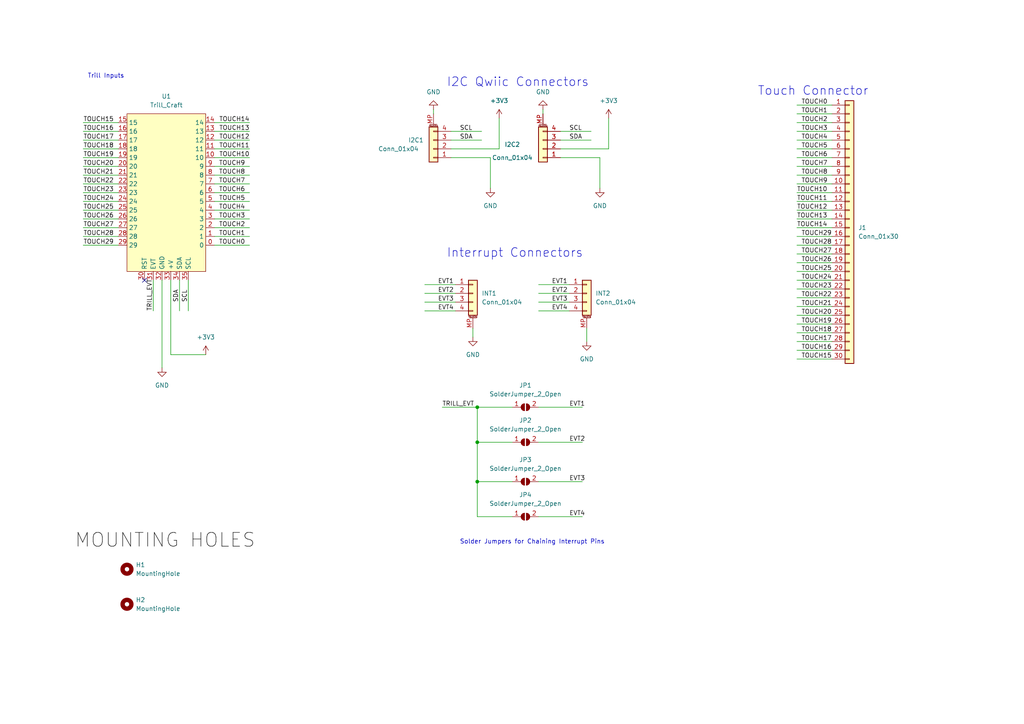
<source format=kicad_sch>
(kicad_sch (version 20230121) (generator eeschema)
  (paper "A4")
  (title_block (title "T-stick Trill Touch Extension Board vFFC") (date "2023-09") (rev "2") (company "Input Devices and Musical Interaction Lab, McGill University"))
  (lib_symbols
    (symbol "+3V3_1" (power) (pin_names (offset 0))
      (property "Value" "+3V3_1" (at 0 3.556 0))
      (symbol "+3V3_1_0_1"
        (polyline (pts (xy -0.762 1.27) (xy 0 2.54)))
        (polyline (pts (xy 0 0) (xy 0 2.54)))
        (polyline (pts (xy 0 2.54) (xy 0.762 1.27)))
      )
      (symbol "+3V3_1_1_1"
        (pin power_in line (at 0 0 90) (length 0) hide (name "+3V3") (number "1"))
      )
    )
    (symbol "Connector_Generic:Conn_01x30" (pin_names (offset 1.016) hide)
      (property "Reference" "J" (at 0 38.1 0))
      (property "Value" "Conn_01x30" (at 0 -40.64 0))
      (symbol "Conn_01x30_1_1"
        (rectangle (start -1.27 -37.973) (end 0 -38.227) (stroke (width 0.1524)))
        (rectangle (start -1.27 -35.433) (end 0 -35.687) (stroke (width 0.1524)))
        (rectangle (start -1.27 -32.893) (end 0 -33.147) (stroke (width 0.1524)))
        (rectangle (start -1.27 -30.353) (end 0 -30.607) (stroke (width 0.1524)))
        (rectangle (start -1.27 -27.813) (end 0 -28.067) (stroke (width 0.1524)))
        (rectangle (start -1.27 -25.273) (end 0 -25.527) (stroke (width 0.1524)))
        (rectangle (start -1.27 -22.733) (end 0 -22.987) (stroke (width 0.1524)))
        (rectangle (start -1.27 -20.193) (end 0 -20.447) (stroke (width 0.1524)))
        (rectangle (start -1.27 -17.653) (end 0 -17.907) (stroke (width 0.1524)))
        (rectangle (start -1.27 -15.113) (end 0 -15.367) (stroke (width 0.1524)))
        (rectangle (start -1.27 -12.573) (end 0 -12.827) (stroke (width 0.1524)))
        (rectangle (start -1.27 -10.033) (end 0 -10.287) (stroke (width 0.1524)))
        (rectangle (start -1.27 -7.493) (end 0 -7.747) (stroke (width 0.1524)))
        (rectangle (start -1.27 -4.953) (end 0 -5.207) (stroke (width 0.1524)))
        (rectangle (start -1.27 -2.413) (end 0 -2.667) (stroke (width 0.1524)))
        (rectangle (start -1.27 0.127) (end 0 -0.127) (stroke (width 0.1524)))
        (rectangle (start -1.27 2.667) (end 0 2.413) (stroke (width 0.1524)))
        (rectangle (start -1.27 5.207) (end 0 4.953) (stroke (width 0.1524)))
        (rectangle (start -1.27 7.747) (end 0 7.493) (stroke (width 0.1524)))
        (rectangle (start -1.27 10.287) (end 0 10.033) (stroke (width 0.1524)))
        (rectangle (start -1.27 12.827) (end 0 12.573) (stroke (width 0.1524)))
        (rectangle (start -1.27 15.367) (end 0 15.113) (stroke (width 0.1524)))
        (rectangle (start -1.27 17.907) (end 0 17.653) (stroke (width 0.1524)))
        (rectangle (start -1.27 20.447) (end 0 20.193) (stroke (width 0.1524)))
        (rectangle (start -1.27 22.987) (end 0 22.733) (stroke (width 0.1524)))
        (rectangle (start -1.27 25.527) (end 0 25.273) (stroke (width 0.1524)))
        (rectangle (start -1.27 28.067) (end 0 27.813) (stroke (width 0.1524)))
        (rectangle (start -1.27 30.607) (end 0 30.353) (stroke (width 0.1524)))
        (rectangle (start -1.27 33.147) (end 0 32.893) (stroke (width 0.1524)))
        (rectangle (start -1.27 35.687) (end 0 35.433) (stroke (width 0.1524)))
        (rectangle (start -1.27 36.83) (end 1.27 -39.37) (stroke (width 0.254)) (fill (type background)))
        (pin passive line (at -5.08 35.56 0) (length 3.81) (name "Pin_1") (number "1"))
        (pin passive line (at -5.08 12.7 0) (length 3.81) (name "Pin_10") (number "10"))
        (pin passive line (at -5.08 10.16 0) (length 3.81) (name "Pin_11") (number "11"))
        (pin passive line (at -5.08 7.62 0) (length 3.81) (name "Pin_12") (number "12"))
        (pin passive line (at -5.08 5.08 0) (length 3.81) (name "Pin_13") (number "13"))
        (pin passive line (at -5.08 2.54 0) (length 3.81) (name "Pin_14") (number "14"))
        (pin passive line (at -5.08 0 0) (length 3.81) (name "Pin_15") (number "15"))
        (pin passive line (at -5.08 -2.54 0) (length 3.81) (name "Pin_16") (number "16"))
        (pin passive line (at -5.08 -5.08 0) (length 3.81) (name "Pin_17") (number "17"))
        (pin passive line (at -5.08 -7.62 0) (length 3.81) (name "Pin_18") (number "18"))
        (pin passive line (at -5.08 -10.16 0) (length 3.81) (name "Pin_19") (number "19"))
        (pin passive line (at -5.08 33.02 0) (length 3.81) (name "Pin_2") (number "2"))
        (pin passive line (at -5.08 -12.7 0) (length 3.81) (name "Pin_20") (number "20"))
        (pin passive line (at -5.08 -15.24 0) (length 3.81) (name "Pin_21") (number "21"))
        (pin passive line (at -5.08 -17.78 0) (length 3.81) (name "Pin_22") (number "22"))
        (pin passive line (at -5.08 -20.32 0) (length 3.81) (name "Pin_23") (number "23"))
        (pin passive line (at -5.08 -22.86 0) (length 3.81) (name "Pin_24") (number "24"))
        (pin passive line (at -5.08 -25.4 0) (length 3.81) (name "Pin_25") (number "25"))
        (pin passive line (at -5.08 -27.94 0) (length 3.81) (name "Pin_26") (number "26"))
        (pin passive line (at -5.08 -30.48 0) (length 3.81) (name "Pin_27") (number "27"))
        (pin passive line (at -5.08 -33.02 0) (length 3.81) (name "Pin_28") (number "28"))
        (pin passive line (at -5.08 -35.56 0) (length 3.81) (name "Pin_29") (number "29"))
        (pin passive line (at -5.08 30.48 0) (length 3.81) (name "Pin_3") (number "3"))
        (pin passive line (at -5.08 -38.1 0) (length 3.81) (name "Pin_30") (number "30"))
        (pin passive line (at -5.08 27.94 0) (length 3.81) (name "Pin_4") (number "4"))
        (pin passive line (at -5.08 25.4 0) (length 3.81) (name "Pin_5") (number "5"))
        (pin passive line (at -5.08 22.86 0) (length 3.81) (name "Pin_6") (number "6"))
        (pin passive line (at -5.08 20.32 0) (length 3.81) (name "Pin_7") (number "7"))
        (pin passive line (at -5.08 17.78 0) (length 3.81) (name "Pin_8") (number "8"))
        (pin passive line (at -5.08 15.24 0) (length 3.81) (name "Pin_9") (number "9"))
      )
    )
    (symbol "Connector_Generic_MountingPin:Conn_01x04_MountingPin" (pin_names (offset 1.016) hide)
      (property "Reference" "J" (at 0 5.08 0))
      (property "Value" "Conn_01x04_MountingPin" (at 1.27 -7.62 0))
      (symbol "Conn_01x04_MountingPin_1_1"
        (rectangle (start -1.27 -4.953) (end 0 -5.207) (stroke (width 0.1524)))
        (rectangle (start -1.27 -2.413) (end 0 -2.667) (stroke (width 0.1524)))
        (rectangle (start -1.27 0.127) (end 0 -0.127) (stroke (width 0.1524)))
        (rectangle (start -1.27 2.667) (end 0 2.413) (stroke (width 0.1524)))
        (rectangle (start -1.27 3.81) (end 1.27 -6.35) (stroke (width 0.254)) (fill (type background)))
        (polyline (pts (xy -1.016 -7.112) (xy 1.016 -7.112)) (stroke (width 0.1524)))
        (text "Mounting" (at 0 -6.731 0) (effects (font (size 0.381 0.381))))
        (pin passive line (at -5.08 2.54 0) (length 3.81) (name "Pin_1") (number "1"))
        (pin passive line (at -5.08 0 0) (length 3.81) (name "Pin_2") (number "2"))
        (pin passive line (at -5.08 -2.54 0) (length 3.81) (name "Pin_3") (number "3"))
        (pin passive line (at -5.08 -5.08 0) (length 3.81) (name "Pin_4") (number "4"))
        (pin passive line (at 0 -10.16 90) (length 3.048) (name "MountPin") (number "MP"))
      )
    )
    (symbol "GND_1" (power) (pin_names (offset 0))
      (property "Value" "GND_1" (at 0 -3.81 0))
      (symbol "GND_1_0_1"
        (polyline (pts (xy 0 0) (xy 0 -1.27) (xy 1.27 -1.27) (xy 0 -2.54) (xy -1.27 -1.27) (xy 0 -1.27)))
      )
      (symbol "GND_1_1_1"
        (pin power_in line (at 0 0 270) (length 0) hide (name "GND") (number "1"))
      )
    )
    (symbol "Jumper:SolderJumper_2_Open" (pin_names (offset 0) hide)
      (property "Reference" "JP" (at 0 2.032 0))
      (property "Value" "SolderJumper_2_Open" (at 0 -2.54 0))
      (symbol "SolderJumper_2_Open_0_1"
        (arc (start -0.254 1.016) (mid -1.2656 0) (end -0.254 -1.016))
        (arc (start -0.254 1.016) (mid -1.2656 0) (end -0.254 -1.016) (fill (type outline)))
        (polyline (pts (xy -0.254 1.016) (xy -0.254 -1.016)))
        (polyline (pts (xy 0.254 1.016) (xy 0.254 -1.016)))
        (arc (start 0.254 -1.016) (mid 1.2656 0) (end 0.254 1.016))
        (arc (start 0.254 -1.016) (mid 1.2656 0) (end 0.254 1.016) (fill (type outline)))
      )
      (symbol "SolderJumper_2_Open_1_1"
        (pin passive line (at -3.81 0 0) (length 2.54) (name "A") (number "1"))
        (pin passive line (at 3.81 0 180) (length 2.54) (name "B") (number "2"))
      )
    )
    (symbol "Mechanical:MountingHole" (pin_names (offset 1.016))
      (property "Reference" "H" (at 0 5.08 0))
      (property "Value" "MountingHole" (at 0 3.175 0))
      (symbol "MountingHole_0_1"
        (circle (center 0 0) (radius 1.27) (stroke (width 1.27)))
      )
    )
    (symbol "power:+3V3" (power) (pin_names (offset 0))
      (property "Value" "+3V3" (at 0 3.556 0))
      (symbol "+3V3_0_1"
        (polyline (pts (xy -0.762 1.27) (xy 0 2.54)))
        (polyline (pts (xy 0 0) (xy 0 2.54)))
        (polyline (pts (xy 0 2.54) (xy 0.762 1.27)))
      )
      (symbol "+3V3_1_1"
        (pin power_in line (at 0 0 90) (length 0) hide (name "+3V3") (number "1"))
      )
    )
    (symbol "power:GND" (power) (pin_names (offset 0))
      (property "Value" "GND" (at 0 -3.81 0))
      (symbol "GND_0_1"
        (polyline (pts (xy 0 0) (xy 0 -1.27) (xy 1.27 -1.27) (xy 0 -2.54) (xy -1.27 -1.27) (xy 0 -1.27)))
      )
      (symbol "GND_1_1"
        (pin power_in line (at 0 0 270) (length 0) hide (name "GND") (number "1"))
      )
    )
    (symbol "trill-symbols:Trill_Craft"
      (property "Reference" "U" (at 0 2.54 0))
      (property "Value" "Trill_Craft" (at 0 0 0))
      (symbol "Trill_Craft_0_1"
        (rectangle (start -11.43 21.59) (end 11.43 -24.13) (fill (type background)))
      )
      (symbol "Trill_Craft_1_1"
        (pin input line (at 13.97 -16.51 180) (length 2.54) (name "0") (number "0"))
        (pin input line (at 13.97 -13.97 180) (length 2.54) (name "1") (number "1"))
        (pin input line (at 13.97 8.89 180) (length 2.54) (name "10") (number "10"))
        (pin input line (at 13.97 11.43 180) (length 2.54) (name "11") (number "11"))
        (pin input line (at 13.97 13.97 180) (length 2.54) (name "12") (number "12"))
        (pin input line (at 13.97 16.51 180) (length 2.54) (name "13") (number "13"))
        (pin input line (at 13.97 19.05 180) (length 2.54) (name "14") (number "14"))
        (pin input line (at -13.97 19.05 0) (length 2.54) (name "15") (number "15"))
        (pin input line (at -13.97 16.51 0) (length 2.54) (name "16") (number "16"))
        (pin input line (at -13.97 13.97 0) (length 2.54) (name "17") (number "17"))
        (pin input line (at -13.97 11.43 0) (length 2.54) (name "18") (number "18"))
        (pin input line (at -13.97 8.89 0) (length 2.54) (name "19") (number "19"))
        (pin input line (at 13.97 -11.43 180) (length 2.54) (name "2") (number "2"))
        (pin input line (at -13.97 6.35 0) (length 2.54) (name "20") (number "20"))
        (pin input line (at -13.97 3.81 0) (length 2.54) (name "21") (number "21"))
        (pin input line (at -13.97 1.27 0) (length 2.54) (name "22") (number "22"))
        (pin input line (at -13.97 -1.27 0) (length 2.54) (name "23") (number "23"))
        (pin input line (at -13.97 -3.81 0) (length 2.54) (name "24") (number "24"))
        (pin input line (at -13.97 -6.35 0) (length 2.54) (name "25") (number "25"))
        (pin input line (at -13.97 -8.89 0) (length 2.54) (name "26") (number "26"))
        (pin input line (at -13.97 -11.43 0) (length 2.54) (name "27") (number "27"))
        (pin input line (at -13.97 -13.97 0) (length 2.54) (name "28") (number "28"))
        (pin input line (at -13.97 -16.51 0) (length 2.54) (name "29") (number "29"))
        (pin input line (at 13.97 -8.89 180) (length 2.54) (name "3") (number "3"))
        (pin input line (at -6.35 -26.67 90) (length 2.54) (name "RST") (number "30"))
        (pin input line (at -3.81 -26.67 90) (length 2.54) (name "EVT") (number "31"))
        (pin power_in line (at -1.27 -26.67 90) (length 2.54) (name "GND") (number "32"))
        (pin power_in line (at 1.27 -26.67 90) (length 2.54) (name "+V") (number "33"))
        (pin bidirectional line (at 3.81 -26.67 90) (length 2.54) (name "SDA") (number "34"))
        (pin bidirectional line (at 6.35 -26.67 90) (length 2.54) (name "SCL") (number "35"))
        (pin input line (at 13.97 -6.35 180) (length 2.54) (name "4") (number "4"))
        (pin input line (at 13.97 -3.81 180) (length 2.54) (name "5") (number "5"))
        (pin input line (at 13.97 -1.27 180) (length 2.54) (name "6") (number "6"))
        (pin input line (at 13.97 1.27 180) (length 2.54) (name "7") (number "7"))
        (pin input line (at 13.97 3.81 180) (length 2.54) (name "8") (number "8"))
        (pin input line (at 13.97 6.35 180) (length 2.54) (name "9") (number "9"))
      )
    )
  )
  (junction (at 138.43 118.11))
  (junction (at 138.43 128.27))
  (junction (at 138.43 139.7))
  (no_connect (at 41.91 81.28))
  (wire (pts (xy 123.19 87.63) (xy 132.08 87.63)))
  (wire (pts (xy 72.39 55.88) (xy 62.23 55.88)))
  (wire (pts (xy 52.07 81.28) (xy 52.07 90.17)))
  (wire (pts (xy 231.14 99.06) (xy 241.3 99.06)))
  (wire (pts (xy 34.29 35.56) (xy 24.13 35.56)))
  (wire (pts (xy 231.14 101.6) (xy 241.3 101.6)))
  (wire (pts (xy 231.14 48.26) (xy 241.3 48.26)))
  (wire (pts (xy 72.39 58.42) (xy 62.23 58.42)))
  (wire (pts (xy 241.3 55.88) (xy 231.14 55.88)))
  (wire (pts (xy 231.14 73.66) (xy 241.3 73.66)))
  (wire (pts (xy 148.59 139.7) (xy 138.43 139.7)))
  (wire (pts (xy 138.43 118.11) (xy 148.59 118.11)))
  (wire (pts (xy 44.45 81.28) (xy 44.45 90.17)))
  (wire (pts (xy 62.23 35.56) (xy 72.39 35.56)))
  (wire (pts (xy 62.23 40.64) (xy 72.39 40.64)))
  (wire (pts (xy 231.14 38.1) (xy 241.3 38.1)))
  (wire (pts (xy 123.19 85.09) (xy 132.08 85.09)))
  (wire (pts (xy 49.53 102.87) (xy 59.69 102.87)))
  (wire (pts (xy 34.29 71.12) (xy 24.13 71.12)))
  (wire (pts (xy 72.39 53.34) (xy 62.23 53.34)))
  (wire (pts (xy 231.14 83.82) (xy 241.3 83.82)))
  (wire (pts (xy 34.29 63.5) (xy 24.13 63.5)))
  (wire (pts (xy 130.81 38.1) (xy 139.7 38.1)))
  (wire (pts (xy 138.43 118.11) (xy 138.43 128.27)))
  (wire (pts (xy 173.99 45.72) (xy 173.99 54.61)))
  (wire (pts (xy 162.56 38.1) (xy 171.45 38.1)))
  (wire (pts (xy 231.14 71.12) (xy 241.3 71.12)))
  (wire (pts (xy 162.56 40.64) (xy 171.45 40.64)))
  (wire (pts (xy 176.53 34.29) (xy 176.53 43.18)))
  (wire (pts (xy 123.19 82.55) (xy 132.08 82.55)))
  (wire (pts (xy 241.3 58.42) (xy 231.14 58.42)))
  (wire (pts (xy 72.39 60.96) (xy 62.23 60.96)))
  (wire (pts (xy 34.29 40.64) (xy 24.13 40.64)))
  (wire (pts (xy 72.39 48.26) (xy 62.23 48.26)))
  (wire (pts (xy 34.29 43.18) (xy 24.13 43.18)))
  (wire (pts (xy 148.59 149.86) (xy 138.43 149.86)))
  (wire (pts (xy 138.43 139.7) (xy 138.43 149.86)))
  (wire (pts (xy 241.3 63.5) (xy 231.14 63.5)))
  (wire (pts (xy 231.14 104.14) (xy 241.3 104.14)))
  (wire (pts (xy 130.81 40.64) (xy 139.7 40.64)))
  (wire (pts (xy 156.21 85.09) (xy 165.1 85.09)))
  (wire (pts (xy 54.61 81.28) (xy 54.61 90.17)))
  (wire (pts (xy 128.27 118.11) (xy 138.43 118.11)))
  (wire (pts (xy 34.29 60.96) (xy 24.13 60.96)))
  (wire (pts (xy 34.29 66.04) (xy 24.13 66.04)))
  (wire (pts (xy 231.14 40.64) (xy 241.3 40.64)))
  (wire (pts (xy 34.29 53.34) (xy 24.13 53.34)))
  (wire (pts (xy 156.21 128.27) (xy 168.91 128.27)))
  (wire (pts (xy 49.53 81.28) (xy 49.53 102.87)))
  (wire (pts (xy 62.23 45.72) (xy 72.39 45.72)))
  (wire (pts (xy 72.39 50.8) (xy 62.23 50.8)))
  (wire (pts (xy 34.29 55.88) (xy 24.13 55.88)))
  (wire (pts (xy 72.39 63.5) (xy 62.23 63.5)))
  (wire (pts (xy 46.99 106.68) (xy 46.99 81.28)))
  (wire (pts (xy 34.29 45.72) (xy 24.13 45.72)))
  (wire (pts (xy 156.21 90.17) (xy 165.1 90.17)))
  (wire (pts (xy 156.21 118.11) (xy 168.91 118.11)))
  (wire (pts (xy 231.14 81.28) (xy 241.3 81.28)))
  (wire (pts (xy 130.81 43.18) (xy 144.78 43.18)))
  (wire (pts (xy 72.39 66.04) (xy 62.23 66.04)))
  (wire (pts (xy 72.39 71.12) (xy 62.23 71.12)))
  (wire (pts (xy 34.29 50.8) (xy 24.13 50.8)))
  (wire (pts (xy 138.43 128.27) (xy 138.43 139.7)))
  (wire (pts (xy 34.29 48.26) (xy 24.13 48.26)))
  (wire (pts (xy 156.21 82.55) (xy 165.1 82.55)))
  (wire (pts (xy 231.14 76.2) (xy 241.3 76.2)))
  (wire (pts (xy 62.23 43.18) (xy 72.39 43.18)))
  (wire (pts (xy 148.59 128.27) (xy 138.43 128.27)))
  (wire (pts (xy 34.29 38.1) (xy 24.13 38.1)))
  (wire (pts (xy 231.14 68.58) (xy 241.3 68.58)))
  (wire (pts (xy 125.73 31.75) (xy 125.73 33.02)))
  (wire (pts (xy 231.14 53.34) (xy 241.3 53.34)))
  (wire (pts (xy 62.23 38.1) (xy 72.39 38.1)))
  (wire (pts (xy 72.39 68.58) (xy 62.23 68.58)))
  (wire (pts (xy 231.14 88.9) (xy 241.3 88.9)))
  (wire (pts (xy 162.56 43.18) (xy 176.53 43.18)))
  (wire (pts (xy 156.21 149.86) (xy 168.91 149.86)))
  (wire (pts (xy 231.14 96.52) (xy 241.3 96.52)))
  (wire (pts (xy 241.3 66.04) (xy 231.14 66.04)))
  (wire (pts (xy 231.14 93.98) (xy 241.3 93.98)))
  (wire (pts (xy 137.16 97.79) (xy 137.16 95.25)))
  (wire (pts (xy 231.14 86.36) (xy 241.3 86.36)))
  (wire (pts (xy 156.21 139.7) (xy 168.91 139.7)))
  (wire (pts (xy 231.14 33.02) (xy 241.3 33.02)))
  (wire (pts (xy 130.81 45.72) (xy 142.24 45.72)))
  (wire (pts (xy 34.29 58.42) (xy 24.13 58.42)))
  (wire (pts (xy 231.14 50.8) (xy 241.3 50.8)))
  (wire (pts (xy 34.29 68.58) (xy 24.13 68.58)))
  (wire (pts (xy 231.14 43.18) (xy 241.3 43.18)))
  (wire (pts (xy 142.24 45.72) (xy 142.24 54.61)))
  (wire (pts (xy 162.56 45.72) (xy 173.99 45.72)))
  (wire (pts (xy 231.14 30.48) (xy 241.3 30.48)))
  (wire (pts (xy 123.19 90.17) (xy 132.08 90.17)))
  (wire (pts (xy 241.3 60.96) (xy 231.14 60.96)))
  (wire (pts (xy 231.14 45.72) (xy 241.3 45.72)))
  (wire (pts (xy 231.14 35.56) (xy 241.3 35.56)))
  (wire (pts (xy 157.48 31.75) (xy 157.48 33.02)))
  (wire (pts (xy 156.21 87.63) (xy 165.1 87.63)))
  (wire (pts (xy 170.18 99.06) (xy 170.18 95.25)))
  (wire (pts (xy 231.14 78.74) (xy 241.3 78.74)))
  (wire (pts (xy 144.78 34.29) (xy 144.78 43.18)))
  (wire (pts (xy 231.14 91.44) (xy 241.3 91.44)))
  (text "Trill Inputs" (at 25.4 22.86 0) (effects (font (size 1.27 1.27)) (justify left bottom)))
  (text "Interrupt Connectors" (at 129.54 74.93 0) (effects (font (size 2.54 2.54)) (justify left bottom)))
  (text "Touch Connector" (at 219.71 27.94 0) (effects (font (size 2.54 2.54)) (justify left bottom)))
  (text "Solder Jumpers for Chaining Interrupt Pins\n\n" (at 133.35 160.02 0) (effects (font (size 1.27 1.27)) (justify left bottom)))
  (text "I2C Qwiic Connectors" (at 129.54 25.4 0) (effects (font (size 2.54 2.54)) (justify left bottom)))
  (label "TOUCH21" (at 232.41 88.9 0))
  (label "TOUCH15" (at 232.41 104.14 0))
  (label "TOUCH29" (at 232.41 68.58 0))
  (label "TOUCH29" (at 33.02 71.12 180))
  (label "EVT1" (at 160.02 82.55 0))
  (label "TOUCH7" (at 71.12 53.34 180))
  (label "TRILL_EVT" (at 44.45 90.17 90))
  (label "MOUNTING HOLES" (at 21.59 160.02 0) (effects (font (size 4 4))))
  (label "TOUCH24" (at 232.41 81.28 0))
  (label "SDA" (at 165.1 40.64 0))
  (label "TOUCH4" (at 71.12 60.96 180))
  (label "TOUCH13" (at 231.14 63.5 0))
  (label "TOUCH11" (at 231.14 58.42 0))
  (label "TOUCH22" (at 33.02 53.34 180))
  (label "SCL" (at 133.35 38.1 0))
  (label "EVT2" (at 127 85.09 0))
  (label "TOUCH26" (at 232.41 76.2 0))
  (label "TOUCH27" (at 33.02 66.04 180))
  (label "TOUCH8" (at 232.41 50.8 0))
  (label "SCL" (at 165.1 38.1 0))
  (label "TOUCH7" (at 232.41 48.26 0))
  (label "EVT4" (at 165.1 149.86 0))
  (label "SDA" (at 52.07 87.63 90))
  (label "TOUCH20" (at 232.41 91.44 0))
  (label "TOUCH28" (at 232.41 71.12 0))
  (label "TOUCH5" (at 232.41 43.18 0))
  (label "TOUCH18" (at 33.02 43.18 180))
  (label "TOUCH12" (at 231.14 60.96 0))
  (label "EVT1" (at 127 82.55 0))
  (label "EVT4" (at 127 90.17 0))
  (label "TOUCH27" (at 232.41 73.66 0))
  (label "TOUCH24" (at 33.02 58.42 180))
  (label "TOUCH25" (at 232.41 78.74 0))
  (label "TOUCH22" (at 232.41 86.36 0))
  (label "TOUCH19" (at 232.41 93.98 0))
  (label "TOUCH28" (at 33.02 68.58 180))
  (label "TOUCH2" (at 71.12 66.04 180))
  (label "TOUCH16" (at 33.02 38.1 180))
  (label "TOUCH10" (at 72.39 45.72 180))
  (label "TOUCH20" (at 33.02 48.26 180))
  (label "TOUCH25" (at 33.02 60.96 180))
  (label "TOUCH0" (at 232.41 30.48 0))
  (label "TOUCH4" (at 232.41 40.64 0))
  (label "TOUCH21" (at 33.02 50.8 180))
  (label "TOUCH6" (at 71.12 55.88 180))
  (label "TOUCH17" (at 33.02 40.64 180))
  (label "TOUCH23" (at 232.41 83.82 0))
  (label "TOUCH23" (at 33.02 55.88 180))
  (label "TOUCH18" (at 232.41 96.52 0))
  (label "EVT3" (at 127 87.63 0))
  (label "TOUCH14" (at 72.39 35.56 180))
  (label "EVT3" (at 165.1 139.7 0))
  (label "SCL" (at 54.61 87.63 90))
  (label "TOUCH0" (at 71.12 71.12 180))
  (label "TOUCH15" (at 33.02 35.56 180))
  (label "EVT1" (at 165.1 118.11 0))
  (label "TOUCH8" (at 71.12 50.8 180))
  (label "TOUCH16" (at 232.41 101.6 0))
  (label "TOUCH9" (at 71.12 48.26 180))
  (label "TOUCH26" (at 33.02 63.5 180))
  (label "TOUCH14" (at 231.14 66.04 0))
  (label "TRILL_EVT" (at 128.27 118.11 0))
  (label "TOUCH1" (at 71.12 68.58 180))
  (label "TOUCH9" (at 232.41 53.34 0))
  (label "EVT3" (at 160.02 87.63 0))
  (label "SDA" (at 133.35 40.64 0))
  (label "TOUCH10" (at 231.14 55.88 0))
  (label "EVT2" (at 160.02 85.09 0))
  (label "EVT2" (at 165.1 128.27 0))
  (label "TOUCH3" (at 232.41 38.1 0))
  (label "TOUCH12" (at 72.39 40.64 180))
  (label "EVT4" (at 160.02 90.17 0))
  (label "TOUCH3" (at 71.12 63.5 180))
  (label "TOUCH6" (at 232.41 45.72 0))
  (label "TOUCH2" (at 232.41 35.56 0))
  (label "TOUCH19" (at 33.02 45.72 180))
  (label "TOUCH13" (at 72.39 38.1 180))
  (label "TOUCH1" (at 232.41 33.02 0))
  (label "TOUCH11" (at 72.39 43.18 180))
  (label "TOUCH5" (at 71.12 58.42 180))
  (label "TOUCH17" (at 232.41 99.06 0))
  (symbol (lib_id "Connector_Generic_MountingPin:Conn_01x04_MountingPin") (at 157.48 43.18 180) (unit 1)
    (property "Reference" "I2C2" (at 148.59 41.91 0))
    (property "Value" "Conn_01x04" (at 148.59 45.72 0))
    (property "Footprint" "Connector_JST:JST_SH_SM04B-SRSS-TB_1x04-1MP_P1.00mm_Horizontal" (effects hide))
    (property "Description Value Pkg" "Connector Header Surface Mount, Right Angle 4 position 0.039\" (1.00mm)" (effects hide))
    (property "Mfg Part #" "SM04B-SRSS-TB" (effects hide))
    (property "Digikey Part #" "455-SM04B-SRSS-TBCT-ND" (effects hide))
  )
  (symbol (lib_name "GND_1") (lib_id "power:GND") (at 157.48 31.75 180) (unit 1)
    (property "Reference" "#PWR017" (effects hide))
    (property "Value" "GND" (at 157.48 26.67 0))
  )
  (symbol (lib_name "GND_1") (lib_id "power:GND") (at 173.99 54.61 0) (unit 1)
    (property "Reference" "#PWR01" (effects hide))
    (property "Value" "GND" (at 173.99 59.69 0))
  )
  (symbol (lib_id "power:+3V3") (at 59.69 102.87 0) (unit 1)
    (property "Reference" "#PWR03" (effects hide))
    (property "Value" "+3V3" (at 59.69 97.79 0))
  )
  (symbol (lib_id "Mechanical:MountingHole") (at 36.83 165.1 0) (unit 1) (in_bom no)
    (property "Reference" "H1" (at 39.37 163.83 0) (effects (justify left)))
    (property "Value" "MountingHole" (at 39.37 166.37 0) (effects (justify left)))
    (property "Footprint" "MountingHole:MountingHole_3.2mm_M3_DIN965" (effects hide))
  )
  (symbol (lib_id "Jumper:SolderJumper_2_Open") (at 152.4 118.11 0) (unit 1) (in_bom no)
    (property "Reference" "JP1" (at 152.4 111.76 0))
    (property "Value" "SolderJumper_2_Open" (at 152.4 114.3 0))
    (property "Footprint" "Jumper:SolderJumper-2_P1.3mm_Open_RoundedPad1.0x1.5mm" (effects hide))
  )
  (symbol (lib_name "+3V3_1") (lib_id "power:+3V3") (at 144.78 34.29 0) (unit 1)
    (property "Reference" "#PWR016" (effects hide))
    (property "Value" "+3V3" (at 144.78 29.21 0))
  )
  (symbol (lib_name "GND_1") (lib_id "power:GND") (at 142.24 54.61 0) (unit 1)
    (property "Reference" "#PWR015" (effects hide))
    (property "Value" "GND" (at 142.24 59.69 0))
  )
  (symbol (lib_id "Connector_Generic_MountingPin:Conn_01x04_MountingPin") (at 125.73 43.18 180) (unit 1)
    (property "Reference" "I2C1" (at 120.65 40.64 0))
    (property "Value" "Conn_01x04" (at 115.57 43.18 0))
    (property "Footprint" "Connector_JST:JST_SH_SM04B-SRSS-TB_1x04-1MP_P1.00mm_Horizontal" (effects hide))
    (property "Description Value Pkg" "Connector Header Surface Mount, Right Angle 4 position 0.039\" (1.00mm)" (effects hide))
    (property "Mfg Part #" "SM04B-SRSS-TB" (effects hide))
    (property "Digikey Part #" "455-SM04B-SRSS-TBCT-ND" (effects hide))
  )
  (symbol (lib_id "Jumper:SolderJumper_2_Open") (at 152.4 149.86 0) (unit 1) (in_bom no)
    (property "Reference" "JP4" (at 152.4 143.51 0))
    (property "Value" "SolderJumper_2_Open" (at 152.4 146.05 0))
    (property "Footprint" "Jumper:SolderJumper-2_P1.3mm_Open_RoundedPad1.0x1.5mm" (effects hide))
  )
  (symbol (lib_name "GND_1") (lib_id "power:GND") (at 170.18 99.06 0) (unit 1)
    (property "Reference" "#PWR010" (effects hide))
    (property "Value" "GND" (at 170.18 104.14 0))
  )
  (symbol (lib_id "Mechanical:MountingHole") (at 36.83 175.26 0) (unit 1) (in_bom no)
    (property "Reference" "H2" (at 39.37 173.99 0) (effects (justify left)))
    (property "Value" "MountingHole" (at 39.37 176.53 0) (effects (justify left)))
    (property "Footprint" "MountingHole:MountingHole_3.2mm_M3_DIN965" (effects hide))
  )
  (symbol (lib_id "Connector_Generic:Conn_01x30") (at 246.38 66.04 0) (unit 1)
    (property "Reference" "J1" (at 248.92 66.04 0) (effects (justify left)))
    (property "Value" "Conn_01x30" (at 248.92 68.58 0) (effects (justify left)))
    (property "Footprint" "touch-sensors:tstick-buttons" (effects hide))
  )
  (symbol (lib_name "+3V3_1") (lib_id "power:+3V3") (at 176.53 34.29 0) (unit 1)
    (property "Reference" "#PWR02" (effects hide))
    (property "Value" "+3V3" (at 176.53 29.21 0))
  )
  (symbol (lib_id "trill-symbols:Trill_Craft") (at 48.26 54.61 0) (unit 1) (in_bom no)
    (property "Reference" "U1" (at 48.26 27.94 0))
    (property "Value" "Trill_Craft" (at 48.26 30.48 0))
    (property "Footprint" "trill-footprints:Trill-Craft-Headers" (effects hide))
    (property "Datasheet" "https://github.com/BelaPlatform/Trill/blob/master/trill_datasheet.pdf" (effects hide))
  )
  (symbol (lib_name "GND_1") (lib_id "power:GND") (at 137.16 97.79 0) (unit 1)
    (property "Reference" "#PWR09" (effects hide))
    (property "Value" "GND" (at 137.16 102.87 0))
  )
  (symbol (lib_id "Connector_Generic_MountingPin:Conn_01x04_MountingPin") (at 170.18 85.09 0) (unit 1)
    (property "Reference" "INT2" (at 172.72 85.09 0) (effects (justify left)))
    (property "Value" "Conn_01x04" (at 172.72 87.63 0) (effects (justify left)))
    (property "Footprint" "Connector_JST:JST_SH_SM04B-SRSS-TB_1x04-1MP_P1.00mm_Horizontal" (effects hide))
    (property "Description Value Pkg" "Connector Header Surface Mount, Right Angle 4 position 0.039\" (1.00mm)" (effects hide))
    (property "Mfg Part #" "SM04B-SRSS-TB" (effects hide))
    (property "Digikey Part #" "455-SM04B-SRSS-TBCT-ND" (effects hide))
  )
  (symbol (lib_id "power:GND") (at 46.99 106.68 0) (unit 1)
    (property "Reference" "#PWR04" (effects hide))
    (property "Value" "GND" (at 46.99 111.76 0))
  )
  (symbol (lib_id "Jumper:SolderJumper_2_Open") (at 152.4 128.27 0) (unit 1) (in_bom no)
    (property "Reference" "JP2" (at 152.4 121.92 0))
    (property "Value" "SolderJumper_2_Open" (at 152.4 124.46 0))
    (property "Footprint" "Jumper:SolderJumper-2_P1.3mm_Open_RoundedPad1.0x1.5mm" (effects hide))
  )
  (symbol (lib_name "GND_1") (lib_id "power:GND") (at 125.73 31.75 180) (unit 1)
    (property "Reference" "#PWR018" (effects hide))
    (property "Value" "GND" (at 125.73 26.67 0))
  )
  (symbol (lib_id "Connector_Generic_MountingPin:Conn_01x04_MountingPin") (at 137.16 85.09 0) (unit 1)
    (property "Reference" "INT1" (at 139.7 85.09 0) (effects (justify left)))
    (property "Value" "Conn_01x04" (at 139.7 87.63 0) (effects (justify left)))
    (property "Footprint" "Connector_JST:JST_SH_SM04B-SRSS-TB_1x04-1MP_P1.00mm_Horizontal" (effects hide))
    (property "Description Value Pkg" "Connector Header Surface Mount, Right Angle 4 position 0.039\" (1.00mm)" (effects hide))
    (property "Mfg Part #" "SM04B-SRSS-TB" (effects hide))
    (property "Digikey Part #" "455-SM04B-SRSS-TBCT-ND" (effects hide))
  )
  (symbol (lib_id "Jumper:SolderJumper_2_Open") (at 152.4 139.7 0) (unit 1) (in_bom no)
    (property "Reference" "JP3" (at 152.4 133.35 0))
    (property "Value" "SolderJumper_2_Open" (at 152.4 135.89 0))
    (property "Footprint" "Jumper:SolderJumper-2_P1.3mm_Open_RoundedPad1.0x1.5mm" (effects hide))
  )
)
</source>
